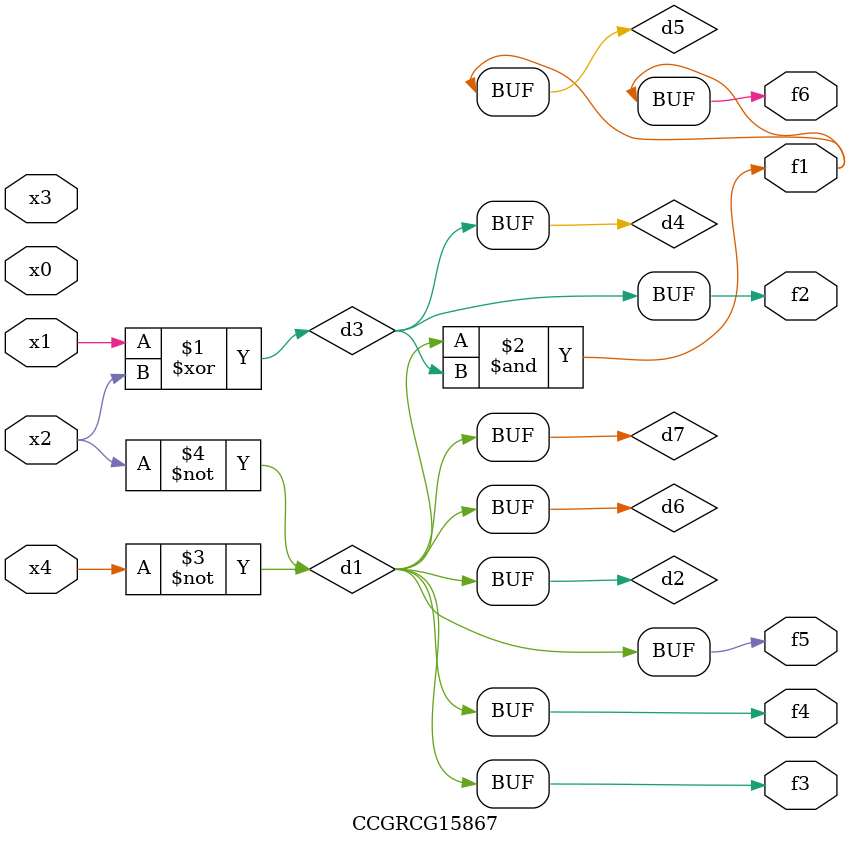
<source format=v>
module CCGRCG15867(
	input x0, x1, x2, x3, x4,
	output f1, f2, f3, f4, f5, f6
);

	wire d1, d2, d3, d4, d5, d6, d7;

	not (d1, x4);
	not (d2, x2);
	xor (d3, x1, x2);
	buf (d4, d3);
	and (d5, d1, d3);
	buf (d6, d1, d2);
	buf (d7, d2);
	assign f1 = d5;
	assign f2 = d4;
	assign f3 = d7;
	assign f4 = d7;
	assign f5 = d7;
	assign f6 = d5;
endmodule

</source>
